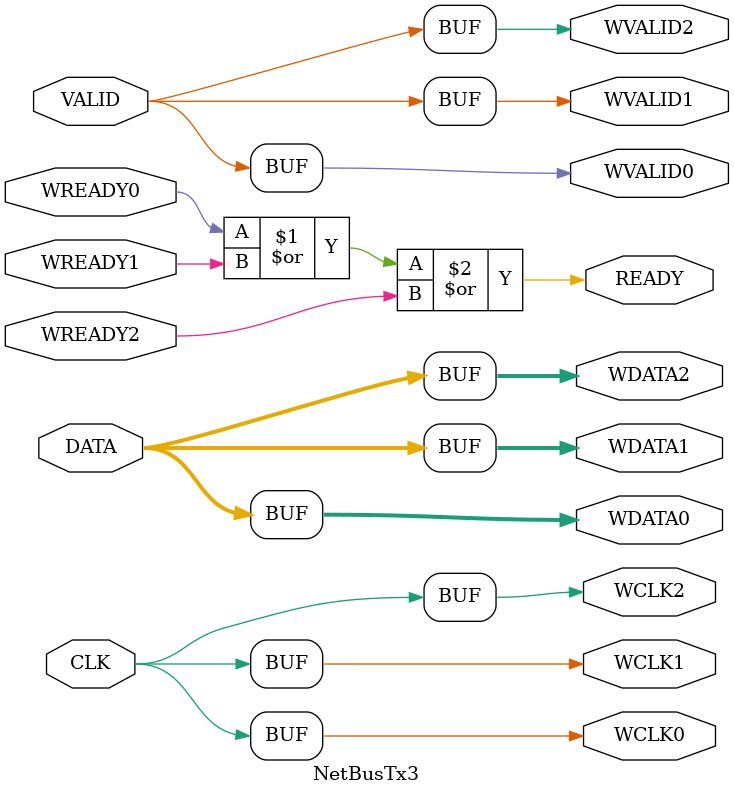
<source format=v>
/* Company:
** Engineer:  mgwang37  mgwang37@126.com
**
** Create Date: 08/12/2020 09:00:52 AM
** Design Name:
** Module Name: NetBusTx3
** Project Name:  NetBus
** Description:
**
** Dependencies:
**
** Revision:
** Revision 0.01 - File Created
** Additional Comments:
*/

`timescale 1ns / 1ps

module NetBusTx3#(
	parameter  DATA_WIDTH = 4
)(
	input                        CLK,
	input    [DATA_WIDTH*9+13:0] DATA,
    input                        VALID,
    output                       READY,

	output                       WCLK0,
	output   [DATA_WIDTH*9+13:0] WDATA0,
    output                       WVALID0,
    input                        WREADY0,

	output                       WCLK1,
	output   [DATA_WIDTH*9+13:0] WDATA1,
    output                       WVALID1,
    input                        WREADY1,

	output                       WCLK2,
	output   [DATA_WIDTH*9+13:0] WDATA2,
    output                       WVALID2,
    input                        WREADY2
);

assign WCLK0 = CLK;
assign WCLK1 = CLK;
assign WCLK2 = CLK;

assign WDATA0 = DATA;
assign WDATA1 = DATA;
assign WDATA2 = DATA;

assign WVALID0 = VALID;
assign WVALID1 = VALID;
assign WVALID2 = VALID;

assign READY  = WREADY0 | WREADY1 | WREADY2;

endmodule

</source>
